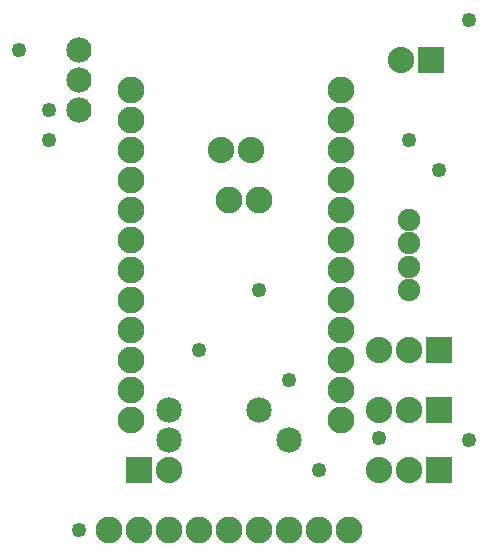
<source format=gbs>
G04 MADE WITH FRITZING*
G04 WWW.FRITZING.ORG*
G04 DOUBLE SIDED*
G04 HOLES PLATED*
G04 CONTOUR ON CENTER OF CONTOUR VECTOR*
%ASAXBY*%
%FSLAX23Y23*%
%MOIN*%
%OFA0B0*%
%SFA1.0B1.0*%
%ADD10C,0.084000*%
%ADD11C,0.049370*%
%ADD12C,0.085000*%
%ADD13C,0.089370*%
%ADD14C,0.088000*%
%ADD15C,0.075000*%
%ADD16R,0.088000X0.088000*%
%LNMASK0*%
G90*
G70*
G54D10*
X244Y1630D03*
X244Y1730D03*
X244Y1830D03*
G54D11*
X144Y1630D03*
X44Y1830D03*
X144Y1530D03*
X244Y230D03*
X644Y830D03*
X944Y730D03*
X844Y1030D03*
X1544Y530D03*
X1044Y430D03*
X1244Y538D03*
X1544Y1930D03*
X1344Y1530D03*
X1444Y1430D03*
G54D12*
X544Y630D03*
X844Y630D03*
X544Y630D03*
X844Y630D03*
X944Y530D03*
X544Y530D03*
X944Y530D03*
X544Y530D03*
G54D13*
X416Y1699D03*
X416Y1599D03*
X416Y1499D03*
X416Y1399D03*
X416Y1299D03*
X416Y1199D03*
X416Y1099D03*
X416Y999D03*
X416Y899D03*
X416Y799D03*
X416Y699D03*
X416Y599D03*
X1116Y1699D03*
X1116Y1599D03*
X1116Y1499D03*
X1116Y1399D03*
X1116Y1299D03*
X1116Y1199D03*
X1116Y1099D03*
X1116Y999D03*
X1116Y899D03*
X1116Y799D03*
X1116Y699D03*
X1116Y599D03*
G54D14*
X444Y430D03*
X544Y430D03*
G54D13*
X1144Y230D03*
X1044Y230D03*
X944Y230D03*
X844Y230D03*
X744Y230D03*
X644Y230D03*
X544Y230D03*
X444Y230D03*
X344Y230D03*
G54D14*
X1444Y430D03*
X1344Y430D03*
X1244Y430D03*
X1444Y630D03*
X1344Y630D03*
X1244Y630D03*
X1444Y830D03*
X1344Y830D03*
X1244Y830D03*
G54D15*
X1344Y1030D03*
X1344Y1108D03*
X1344Y1187D03*
X1344Y1266D03*
G54D14*
X716Y1499D03*
X816Y1499D03*
X716Y1499D03*
X816Y1499D03*
G54D13*
X744Y1330D03*
X844Y1330D03*
X744Y1330D03*
X844Y1330D03*
G54D14*
X1416Y1799D03*
X1316Y1799D03*
G54D16*
X444Y430D03*
X1444Y430D03*
X1444Y630D03*
X1444Y830D03*
X1416Y1799D03*
G04 End of Mask0*
M02*
</source>
